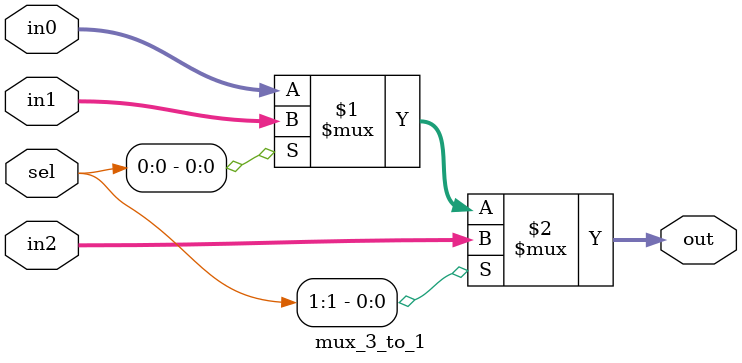
<source format=v>
`define	NumBits	16


module mux_2_to_1 (in0, in1, sel,
                   out);
    input wire [`NumBits-1:0] in0;
    input wire [`NumBits-1:0] in1;
    input wire sel;
    output wire [`NumBits-1:0] out;

    assign out = sel ? in1 : in0;

endmodule


module mux_3_to_1 (in0, in1, in2, sel,
                   out);
    input wire [`NumBits-1:0] in0;
    input wire [`NumBits-1:0] in1;
    input wire [`NumBits-1:0] in2;
    input wire [1:0] sel;
    output wire [`NumBits-1:0] out;

    assign out = sel[1] ? in2 : (sel[0] ? in1 : in0);

endmodule

</source>
